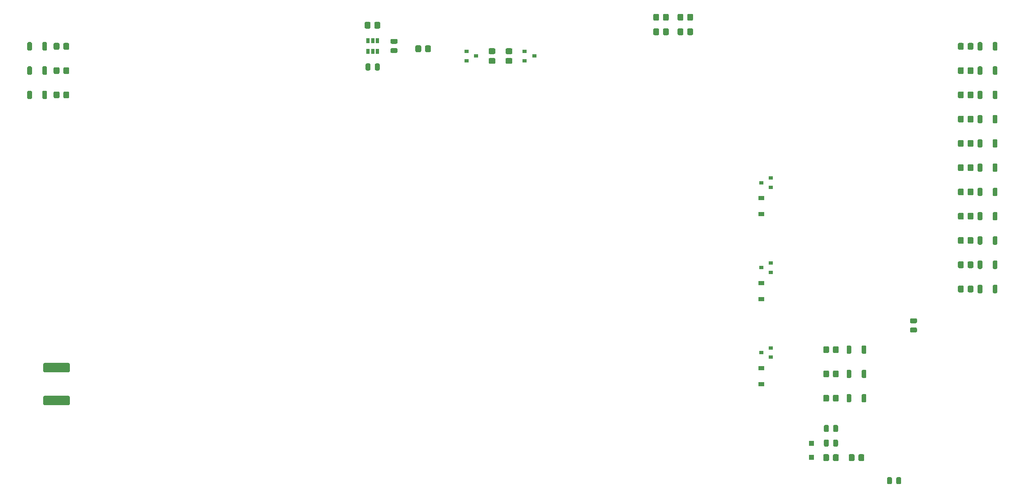
<source format=gbr>
G04 #@! TF.GenerationSoftware,KiCad,Pcbnew,(5.1.8-0-10_14)*
G04 #@! TF.CreationDate,2021-01-31T17:03:20-06:00*
G04 #@! TF.ProjectId,ClimateSprinklerController,436c696d-6174-4655-9370-72696e6b6c65,rev?*
G04 #@! TF.SameCoordinates,Original*
G04 #@! TF.FileFunction,Paste,Bot*
G04 #@! TF.FilePolarity,Positive*
%FSLAX46Y46*%
G04 Gerber Fmt 4.6, Leading zero omitted, Abs format (unit mm)*
G04 Created by KiCad (PCBNEW (5.1.8-0-10_14)) date 2021-01-31 17:03:20*
%MOMM*%
%LPD*%
G01*
G04 APERTURE LIST*
%ADD10R,1.100000X1.100000*%
%ADD11R,0.650000X1.060000*%
%ADD12R,0.900000X0.800000*%
%ADD13R,1.200000X0.900000*%
G04 APERTURE END LIST*
G36*
G01*
X131100000Y-48049999D02*
X131100000Y-48950001D01*
G75*
G02*
X130850001Y-49200000I-249999J0D01*
G01*
X130149999Y-49200000D01*
G75*
G02*
X129900000Y-48950001I0J249999D01*
G01*
X129900000Y-48049999D01*
G75*
G02*
X130149999Y-47800000I249999J0D01*
G01*
X130850001Y-47800000D01*
G75*
G02*
X131100000Y-48049999I0J-249999D01*
G01*
G37*
G36*
G01*
X133100000Y-48049999D02*
X133100000Y-48950001D01*
G75*
G02*
X132850001Y-49200000I-249999J0D01*
G01*
X132149999Y-49200000D01*
G75*
G02*
X131900000Y-48950001I0J249999D01*
G01*
X131900000Y-48049999D01*
G75*
G02*
X132149999Y-47800000I249999J0D01*
G01*
X132850001Y-47800000D01*
G75*
G02*
X133100000Y-48049999I0J-249999D01*
G01*
G37*
D10*
X211500000Y-132650000D03*
X211500000Y-129850000D03*
G36*
G01*
X215100000Y-110049999D02*
X215100000Y-110950001D01*
G75*
G02*
X214850001Y-111200000I-249999J0D01*
G01*
X214149999Y-111200000D01*
G75*
G02*
X213900000Y-110950001I0J249999D01*
G01*
X213900000Y-110049999D01*
G75*
G02*
X214149999Y-109800000I249999J0D01*
G01*
X214850001Y-109800000D01*
G75*
G02*
X215100000Y-110049999I0J-249999D01*
G01*
G37*
G36*
G01*
X217100000Y-110049999D02*
X217100000Y-110950001D01*
G75*
G02*
X216850001Y-111200000I-249999J0D01*
G01*
X216149999Y-111200000D01*
G75*
G02*
X215900000Y-110950001I0J249999D01*
G01*
X215900000Y-110049999D01*
G75*
G02*
X216149999Y-109800000I249999J0D01*
G01*
X216850001Y-109800000D01*
G75*
G02*
X217100000Y-110049999I0J-249999D01*
G01*
G37*
G36*
G01*
X221825000Y-111185000D02*
X221825000Y-109815000D01*
G75*
G02*
X222015000Y-109625000I190000J0D01*
G01*
X222585000Y-109625000D01*
G75*
G02*
X222775000Y-109815000I0J-190000D01*
G01*
X222775000Y-111185000D01*
G75*
G02*
X222585000Y-111375000I-190000J0D01*
G01*
X222015000Y-111375000D01*
G75*
G02*
X221825000Y-111185000I0J190000D01*
G01*
G37*
G36*
G01*
X218725000Y-111185000D02*
X218725000Y-109815000D01*
G75*
G02*
X218915000Y-109625000I190000J0D01*
G01*
X219485000Y-109625000D01*
G75*
G02*
X219675000Y-109815000I0J-190000D01*
G01*
X219675000Y-111185000D01*
G75*
G02*
X219485000Y-111375000I-190000J0D01*
G01*
X218915000Y-111375000D01*
G75*
G02*
X218725000Y-111185000I0J190000D01*
G01*
G37*
D11*
X121110000Y-46820000D03*
X122060000Y-46820000D03*
X120160000Y-46820000D03*
X120160000Y-49020000D03*
X121110000Y-49020000D03*
X122060000Y-49020000D03*
G36*
G01*
X121460000Y-44095001D02*
X121460000Y-43194999D01*
G75*
G02*
X121709999Y-42945000I249999J0D01*
G01*
X122410001Y-42945000D01*
G75*
G02*
X122660000Y-43194999I0J-249999D01*
G01*
X122660000Y-44095001D01*
G75*
G02*
X122410001Y-44345000I-249999J0D01*
G01*
X121709999Y-44345000D01*
G75*
G02*
X121460000Y-44095001I0J249999D01*
G01*
G37*
G36*
G01*
X119460000Y-44095001D02*
X119460000Y-43194999D01*
G75*
G02*
X119709999Y-42945000I249999J0D01*
G01*
X120410001Y-42945000D01*
G75*
G02*
X120660000Y-43194999I0J-249999D01*
G01*
X120660000Y-44095001D01*
G75*
G02*
X120410001Y-44345000I-249999J0D01*
G01*
X119709999Y-44345000D01*
G75*
G02*
X119460000Y-44095001I0J249999D01*
G01*
G37*
G36*
G01*
X125025000Y-48370000D02*
X125975000Y-48370000D01*
G75*
G02*
X126225000Y-48620000I0J-250000D01*
G01*
X126225000Y-49120000D01*
G75*
G02*
X125975000Y-49370000I-250000J0D01*
G01*
X125025000Y-49370000D01*
G75*
G02*
X124775000Y-49120000I0J250000D01*
G01*
X124775000Y-48620000D01*
G75*
G02*
X125025000Y-48370000I250000J0D01*
G01*
G37*
G36*
G01*
X125025000Y-46470000D02*
X125975000Y-46470000D01*
G75*
G02*
X126225000Y-46720000I0J-250000D01*
G01*
X126225000Y-47220000D01*
G75*
G02*
X125975000Y-47470000I-250000J0D01*
G01*
X125025000Y-47470000D01*
G75*
G02*
X124775000Y-47220000I0J250000D01*
G01*
X124775000Y-46720000D01*
G75*
G02*
X125025000Y-46470000I250000J0D01*
G01*
G37*
G36*
G01*
X120660000Y-51775000D02*
X120660000Y-52725000D01*
G75*
G02*
X120410000Y-52975000I-250000J0D01*
G01*
X119910000Y-52975000D01*
G75*
G02*
X119660000Y-52725000I0J250000D01*
G01*
X119660000Y-51775000D01*
G75*
G02*
X119910000Y-51525000I250000J0D01*
G01*
X120410000Y-51525000D01*
G75*
G02*
X120660000Y-51775000I0J-250000D01*
G01*
G37*
G36*
G01*
X122560000Y-51775000D02*
X122560000Y-52725000D01*
G75*
G02*
X122310000Y-52975000I-250000J0D01*
G01*
X121810000Y-52975000D01*
G75*
G02*
X121560000Y-52725000I0J250000D01*
G01*
X121560000Y-51775000D01*
G75*
G02*
X121810000Y-51525000I250000J0D01*
G01*
X122310000Y-51525000D01*
G75*
G02*
X122560000Y-51775000I0J-250000D01*
G01*
G37*
G36*
G01*
X215950000Y-130225000D02*
X215950000Y-129275000D01*
G75*
G02*
X216200000Y-129025000I250000J0D01*
G01*
X216700000Y-129025000D01*
G75*
G02*
X216950000Y-129275000I0J-250000D01*
G01*
X216950000Y-130225000D01*
G75*
G02*
X216700000Y-130475000I-250000J0D01*
G01*
X216200000Y-130475000D01*
G75*
G02*
X215950000Y-130225000I0J250000D01*
G01*
G37*
G36*
G01*
X214050000Y-130225000D02*
X214050000Y-129275000D01*
G75*
G02*
X214300000Y-129025000I250000J0D01*
G01*
X214800000Y-129025000D01*
G75*
G02*
X215050000Y-129275000I0J-250000D01*
G01*
X215050000Y-130225000D01*
G75*
G02*
X214800000Y-130475000I-250000J0D01*
G01*
X214300000Y-130475000D01*
G75*
G02*
X214050000Y-130225000I0J250000D01*
G01*
G37*
G36*
G01*
X222350000Y-132299600D02*
X222350000Y-133200400D01*
G75*
G02*
X222100400Y-133450000I-249600J0D01*
G01*
X221399600Y-133450000D01*
G75*
G02*
X221150000Y-133200400I0J249600D01*
G01*
X221150000Y-132299600D01*
G75*
G02*
X221399600Y-132050000I249600J0D01*
G01*
X222100400Y-132050000D01*
G75*
G02*
X222350000Y-132299600I0J-249600D01*
G01*
G37*
G36*
G01*
X220350000Y-132299600D02*
X220350000Y-133200400D01*
G75*
G02*
X220100400Y-133450000I-249600J0D01*
G01*
X219399600Y-133450000D01*
G75*
G02*
X219150000Y-133200400I0J249600D01*
G01*
X219150000Y-132299600D01*
G75*
G02*
X219399600Y-132050000I249600J0D01*
G01*
X220100400Y-132050000D01*
G75*
G02*
X220350000Y-132299600I0J-249600D01*
G01*
G37*
G36*
G01*
X217100000Y-132299999D02*
X217100000Y-133200001D01*
G75*
G02*
X216850001Y-133450000I-249999J0D01*
G01*
X216149999Y-133450000D01*
G75*
G02*
X215900000Y-133200001I0J249999D01*
G01*
X215900000Y-132299999D01*
G75*
G02*
X216149999Y-132050000I249999J0D01*
G01*
X216850001Y-132050000D01*
G75*
G02*
X217100000Y-132299999I0J-249999D01*
G01*
G37*
G36*
G01*
X215100000Y-132299999D02*
X215100000Y-133200001D01*
G75*
G02*
X214850001Y-133450000I-249999J0D01*
G01*
X214149999Y-133450000D01*
G75*
G02*
X213900000Y-133200001I0J249999D01*
G01*
X213900000Y-132299999D01*
G75*
G02*
X214149999Y-132050000I249999J0D01*
G01*
X214850001Y-132050000D01*
G75*
G02*
X215100000Y-132299999I0J-249999D01*
G01*
G37*
G36*
G01*
X215100000Y-115049999D02*
X215100000Y-115950001D01*
G75*
G02*
X214850001Y-116200000I-249999J0D01*
G01*
X214149999Y-116200000D01*
G75*
G02*
X213900000Y-115950001I0J249999D01*
G01*
X213900000Y-115049999D01*
G75*
G02*
X214149999Y-114800000I249999J0D01*
G01*
X214850001Y-114800000D01*
G75*
G02*
X215100000Y-115049999I0J-249999D01*
G01*
G37*
G36*
G01*
X217100000Y-115049999D02*
X217100000Y-115950001D01*
G75*
G02*
X216850001Y-116200000I-249999J0D01*
G01*
X216149999Y-116200000D01*
G75*
G02*
X215900000Y-115950001I0J249999D01*
G01*
X215900000Y-115049999D01*
G75*
G02*
X216149999Y-114800000I249999J0D01*
G01*
X216850001Y-114800000D01*
G75*
G02*
X217100000Y-115049999I0J-249999D01*
G01*
G37*
G36*
G01*
X215100000Y-120049999D02*
X215100000Y-120950001D01*
G75*
G02*
X214850001Y-121200000I-249999J0D01*
G01*
X214149999Y-121200000D01*
G75*
G02*
X213900000Y-120950001I0J249999D01*
G01*
X213900000Y-120049999D01*
G75*
G02*
X214149999Y-119800000I249999J0D01*
G01*
X214850001Y-119800000D01*
G75*
G02*
X215100000Y-120049999I0J-249999D01*
G01*
G37*
G36*
G01*
X217100000Y-120049999D02*
X217100000Y-120950001D01*
G75*
G02*
X216850001Y-121200000I-249999J0D01*
G01*
X216149999Y-121200000D01*
G75*
G02*
X215900000Y-120950001I0J249999D01*
G01*
X215900000Y-120049999D01*
G75*
G02*
X216149999Y-119800000I249999J0D01*
G01*
X216850001Y-119800000D01*
G75*
G02*
X217100000Y-120049999I0J-249999D01*
G01*
G37*
G36*
G01*
X221825000Y-116185000D02*
X221825000Y-114815000D01*
G75*
G02*
X222015000Y-114625000I190000J0D01*
G01*
X222585000Y-114625000D01*
G75*
G02*
X222775000Y-114815000I0J-190000D01*
G01*
X222775000Y-116185000D01*
G75*
G02*
X222585000Y-116375000I-190000J0D01*
G01*
X222015000Y-116375000D01*
G75*
G02*
X221825000Y-116185000I0J190000D01*
G01*
G37*
G36*
G01*
X218725000Y-116185000D02*
X218725000Y-114815000D01*
G75*
G02*
X218915000Y-114625000I190000J0D01*
G01*
X219485000Y-114625000D01*
G75*
G02*
X219675000Y-114815000I0J-190000D01*
G01*
X219675000Y-116185000D01*
G75*
G02*
X219485000Y-116375000I-190000J0D01*
G01*
X218915000Y-116375000D01*
G75*
G02*
X218725000Y-116185000I0J190000D01*
G01*
G37*
G36*
G01*
X221825000Y-121185000D02*
X221825000Y-119815000D01*
G75*
G02*
X222015000Y-119625000I190000J0D01*
G01*
X222585000Y-119625000D01*
G75*
G02*
X222775000Y-119815000I0J-190000D01*
G01*
X222775000Y-121185000D01*
G75*
G02*
X222585000Y-121375000I-190000J0D01*
G01*
X222015000Y-121375000D01*
G75*
G02*
X221825000Y-121185000I0J190000D01*
G01*
G37*
G36*
G01*
X218725000Y-121185000D02*
X218725000Y-119815000D01*
G75*
G02*
X218915000Y-119625000I190000J0D01*
G01*
X219485000Y-119625000D01*
G75*
G02*
X219675000Y-119815000I0J-190000D01*
G01*
X219675000Y-121185000D01*
G75*
G02*
X219485000Y-121375000I-190000J0D01*
G01*
X218915000Y-121375000D01*
G75*
G02*
X218725000Y-121185000I0J190000D01*
G01*
G37*
G36*
G01*
X215950000Y-127225000D02*
X215950000Y-126275000D01*
G75*
G02*
X216200000Y-126025000I250000J0D01*
G01*
X216700000Y-126025000D01*
G75*
G02*
X216950000Y-126275000I0J-250000D01*
G01*
X216950000Y-127225000D01*
G75*
G02*
X216700000Y-127475000I-250000J0D01*
G01*
X216200000Y-127475000D01*
G75*
G02*
X215950000Y-127225000I0J250000D01*
G01*
G37*
G36*
G01*
X214050000Y-127225000D02*
X214050000Y-126275000D01*
G75*
G02*
X214300000Y-126025000I250000J0D01*
G01*
X214800000Y-126025000D01*
G75*
G02*
X215050000Y-126275000I0J-250000D01*
G01*
X215050000Y-127225000D01*
G75*
G02*
X214800000Y-127475000I-250000J0D01*
G01*
X214300000Y-127475000D01*
G75*
G02*
X214050000Y-127225000I0J250000D01*
G01*
G37*
G36*
G01*
X149630001Y-51600000D02*
X148729999Y-51600000D01*
G75*
G02*
X148480000Y-51350001I0J249999D01*
G01*
X148480000Y-50649999D01*
G75*
G02*
X148729999Y-50400000I249999J0D01*
G01*
X149630001Y-50400000D01*
G75*
G02*
X149880000Y-50649999I0J-249999D01*
G01*
X149880000Y-51350001D01*
G75*
G02*
X149630001Y-51600000I-249999J0D01*
G01*
G37*
G36*
G01*
X149630001Y-49600000D02*
X148729999Y-49600000D01*
G75*
G02*
X148480000Y-49350001I0J249999D01*
G01*
X148480000Y-48649999D01*
G75*
G02*
X148729999Y-48400000I249999J0D01*
G01*
X149630001Y-48400000D01*
G75*
G02*
X149880000Y-48649999I0J-249999D01*
G01*
X149880000Y-49350001D01*
G75*
G02*
X149630001Y-49600000I-249999J0D01*
G01*
G37*
G36*
G01*
X145229999Y-48400000D02*
X146130001Y-48400000D01*
G75*
G02*
X146380000Y-48649999I0J-249999D01*
G01*
X146380000Y-49350001D01*
G75*
G02*
X146130001Y-49600000I-249999J0D01*
G01*
X145229999Y-49600000D01*
G75*
G02*
X144980000Y-49350001I0J249999D01*
G01*
X144980000Y-48649999D01*
G75*
G02*
X145229999Y-48400000I249999J0D01*
G01*
G37*
G36*
G01*
X145229999Y-50400000D02*
X146130001Y-50400000D01*
G75*
G02*
X146380000Y-50649999I0J-249999D01*
G01*
X146380000Y-51350001D01*
G75*
G02*
X146130001Y-51600000I-249999J0D01*
G01*
X145229999Y-51600000D01*
G75*
G02*
X144980000Y-51350001I0J249999D01*
G01*
X144980000Y-50649999D01*
G75*
G02*
X145229999Y-50400000I249999J0D01*
G01*
G37*
D12*
X140430000Y-50950000D03*
X140430000Y-49050000D03*
X142430000Y-50000000D03*
X152430000Y-50950000D03*
X152430000Y-49050000D03*
X154430000Y-50000000D03*
G36*
G01*
X242850000Y-82549999D02*
X242850000Y-83450001D01*
G75*
G02*
X242600001Y-83700000I-249999J0D01*
G01*
X241899999Y-83700000D01*
G75*
G02*
X241650000Y-83450001I0J249999D01*
G01*
X241650000Y-82549999D01*
G75*
G02*
X241899999Y-82300000I249999J0D01*
G01*
X242600001Y-82300000D01*
G75*
G02*
X242850000Y-82549999I0J-249999D01*
G01*
G37*
G36*
G01*
X244850000Y-82549999D02*
X244850000Y-83450001D01*
G75*
G02*
X244600001Y-83700000I-249999J0D01*
G01*
X243899999Y-83700000D01*
G75*
G02*
X243650000Y-83450001I0J249999D01*
G01*
X243650000Y-82549999D01*
G75*
G02*
X243899999Y-82300000I249999J0D01*
G01*
X244600001Y-82300000D01*
G75*
G02*
X244850000Y-82549999I0J-249999D01*
G01*
G37*
G36*
G01*
X242850000Y-77549999D02*
X242850000Y-78450001D01*
G75*
G02*
X242600001Y-78700000I-249999J0D01*
G01*
X241899999Y-78700000D01*
G75*
G02*
X241650000Y-78450001I0J249999D01*
G01*
X241650000Y-77549999D01*
G75*
G02*
X241899999Y-77300000I249999J0D01*
G01*
X242600001Y-77300000D01*
G75*
G02*
X242850000Y-77549999I0J-249999D01*
G01*
G37*
G36*
G01*
X244850000Y-77549999D02*
X244850000Y-78450001D01*
G75*
G02*
X244600001Y-78700000I-249999J0D01*
G01*
X243899999Y-78700000D01*
G75*
G02*
X243650000Y-78450001I0J249999D01*
G01*
X243650000Y-77549999D01*
G75*
G02*
X243899999Y-77300000I249999J0D01*
G01*
X244600001Y-77300000D01*
G75*
G02*
X244850000Y-77549999I0J-249999D01*
G01*
G37*
G36*
G01*
X242850000Y-72549999D02*
X242850000Y-73450001D01*
G75*
G02*
X242600001Y-73700000I-249999J0D01*
G01*
X241899999Y-73700000D01*
G75*
G02*
X241650000Y-73450001I0J249999D01*
G01*
X241650000Y-72549999D01*
G75*
G02*
X241899999Y-72300000I249999J0D01*
G01*
X242600001Y-72300000D01*
G75*
G02*
X242850000Y-72549999I0J-249999D01*
G01*
G37*
G36*
G01*
X244850000Y-72549999D02*
X244850000Y-73450001D01*
G75*
G02*
X244600001Y-73700000I-249999J0D01*
G01*
X243899999Y-73700000D01*
G75*
G02*
X243650000Y-73450001I0J249999D01*
G01*
X243650000Y-72549999D01*
G75*
G02*
X243899999Y-72300000I249999J0D01*
G01*
X244600001Y-72300000D01*
G75*
G02*
X244850000Y-72549999I0J-249999D01*
G01*
G37*
G36*
G01*
X242850000Y-67549999D02*
X242850000Y-68450001D01*
G75*
G02*
X242600001Y-68700000I-249999J0D01*
G01*
X241899999Y-68700000D01*
G75*
G02*
X241650000Y-68450001I0J249999D01*
G01*
X241650000Y-67549999D01*
G75*
G02*
X241899999Y-67300000I249999J0D01*
G01*
X242600001Y-67300000D01*
G75*
G02*
X242850000Y-67549999I0J-249999D01*
G01*
G37*
G36*
G01*
X244850000Y-67549999D02*
X244850000Y-68450001D01*
G75*
G02*
X244600001Y-68700000I-249999J0D01*
G01*
X243899999Y-68700000D01*
G75*
G02*
X243650000Y-68450001I0J249999D01*
G01*
X243650000Y-67549999D01*
G75*
G02*
X243899999Y-67300000I249999J0D01*
G01*
X244600001Y-67300000D01*
G75*
G02*
X244850000Y-67549999I0J-249999D01*
G01*
G37*
G36*
G01*
X242850000Y-62549999D02*
X242850000Y-63450001D01*
G75*
G02*
X242600001Y-63700000I-249999J0D01*
G01*
X241899999Y-63700000D01*
G75*
G02*
X241650000Y-63450001I0J249999D01*
G01*
X241650000Y-62549999D01*
G75*
G02*
X241899999Y-62300000I249999J0D01*
G01*
X242600001Y-62300000D01*
G75*
G02*
X242850000Y-62549999I0J-249999D01*
G01*
G37*
G36*
G01*
X244850000Y-62549999D02*
X244850000Y-63450001D01*
G75*
G02*
X244600001Y-63700000I-249999J0D01*
G01*
X243899999Y-63700000D01*
G75*
G02*
X243650000Y-63450001I0J249999D01*
G01*
X243650000Y-62549999D01*
G75*
G02*
X243899999Y-62300000I249999J0D01*
G01*
X244600001Y-62300000D01*
G75*
G02*
X244850000Y-62549999I0J-249999D01*
G01*
G37*
G36*
G01*
X242850000Y-57549999D02*
X242850000Y-58450001D01*
G75*
G02*
X242600001Y-58700000I-249999J0D01*
G01*
X241899999Y-58700000D01*
G75*
G02*
X241650000Y-58450001I0J249999D01*
G01*
X241650000Y-57549999D01*
G75*
G02*
X241899999Y-57300000I249999J0D01*
G01*
X242600001Y-57300000D01*
G75*
G02*
X242850000Y-57549999I0J-249999D01*
G01*
G37*
G36*
G01*
X244850000Y-57549999D02*
X244850000Y-58450001D01*
G75*
G02*
X244600001Y-58700000I-249999J0D01*
G01*
X243899999Y-58700000D01*
G75*
G02*
X243650000Y-58450001I0J249999D01*
G01*
X243650000Y-57549999D01*
G75*
G02*
X243899999Y-57300000I249999J0D01*
G01*
X244600001Y-57300000D01*
G75*
G02*
X244850000Y-57549999I0J-249999D01*
G01*
G37*
G36*
G01*
X242850000Y-52549999D02*
X242850000Y-53450001D01*
G75*
G02*
X242600001Y-53700000I-249999J0D01*
G01*
X241899999Y-53700000D01*
G75*
G02*
X241650000Y-53450001I0J249999D01*
G01*
X241650000Y-52549999D01*
G75*
G02*
X241899999Y-52300000I249999J0D01*
G01*
X242600001Y-52300000D01*
G75*
G02*
X242850000Y-52549999I0J-249999D01*
G01*
G37*
G36*
G01*
X244850000Y-52549999D02*
X244850000Y-53450001D01*
G75*
G02*
X244600001Y-53700000I-249999J0D01*
G01*
X243899999Y-53700000D01*
G75*
G02*
X243650000Y-53450001I0J249999D01*
G01*
X243650000Y-52549999D01*
G75*
G02*
X243899999Y-52300000I249999J0D01*
G01*
X244600001Y-52300000D01*
G75*
G02*
X244850000Y-52549999I0J-249999D01*
G01*
G37*
G36*
G01*
X242850000Y-47549999D02*
X242850000Y-48450001D01*
G75*
G02*
X242600001Y-48700000I-249999J0D01*
G01*
X241899999Y-48700000D01*
G75*
G02*
X241650000Y-48450001I0J249999D01*
G01*
X241650000Y-47549999D01*
G75*
G02*
X241899999Y-47300000I249999J0D01*
G01*
X242600001Y-47300000D01*
G75*
G02*
X242850000Y-47549999I0J-249999D01*
G01*
G37*
G36*
G01*
X244850000Y-47549999D02*
X244850000Y-48450001D01*
G75*
G02*
X244600001Y-48700000I-249999J0D01*
G01*
X243899999Y-48700000D01*
G75*
G02*
X243650000Y-48450001I0J249999D01*
G01*
X243650000Y-47549999D01*
G75*
G02*
X243899999Y-47300000I249999J0D01*
G01*
X244600001Y-47300000D01*
G75*
G02*
X244850000Y-47549999I0J-249999D01*
G01*
G37*
G36*
G01*
X241650000Y-88450001D02*
X241650000Y-87549999D01*
G75*
G02*
X241899999Y-87300000I249999J0D01*
G01*
X242600001Y-87300000D01*
G75*
G02*
X242850000Y-87549999I0J-249999D01*
G01*
X242850000Y-88450001D01*
G75*
G02*
X242600001Y-88700000I-249999J0D01*
G01*
X241899999Y-88700000D01*
G75*
G02*
X241650000Y-88450001I0J249999D01*
G01*
G37*
G36*
G01*
X243650000Y-88450001D02*
X243650000Y-87549999D01*
G75*
G02*
X243899999Y-87300000I249999J0D01*
G01*
X244600001Y-87300000D01*
G75*
G02*
X244850000Y-87549999I0J-249999D01*
G01*
X244850000Y-88450001D01*
G75*
G02*
X244600001Y-88700000I-249999J0D01*
G01*
X243899999Y-88700000D01*
G75*
G02*
X243650000Y-88450001I0J249999D01*
G01*
G37*
G36*
G01*
X243650000Y-93450001D02*
X243650000Y-92549999D01*
G75*
G02*
X243899999Y-92300000I249999J0D01*
G01*
X244600001Y-92300000D01*
G75*
G02*
X244850000Y-92549999I0J-249999D01*
G01*
X244850000Y-93450001D01*
G75*
G02*
X244600001Y-93700000I-249999J0D01*
G01*
X243899999Y-93700000D01*
G75*
G02*
X243650000Y-93450001I0J249999D01*
G01*
G37*
G36*
G01*
X241650000Y-93450001D02*
X241650000Y-92549999D01*
G75*
G02*
X241899999Y-92300000I249999J0D01*
G01*
X242600001Y-92300000D01*
G75*
G02*
X242850000Y-92549999I0J-249999D01*
G01*
X242850000Y-93450001D01*
G75*
G02*
X242600001Y-93700000I-249999J0D01*
G01*
X241899999Y-93700000D01*
G75*
G02*
X241650000Y-93450001I0J249999D01*
G01*
G37*
G36*
G01*
X243650000Y-98450001D02*
X243650000Y-97549999D01*
G75*
G02*
X243899999Y-97300000I249999J0D01*
G01*
X244600001Y-97300000D01*
G75*
G02*
X244850000Y-97549999I0J-249999D01*
G01*
X244850000Y-98450001D01*
G75*
G02*
X244600001Y-98700000I-249999J0D01*
G01*
X243899999Y-98700000D01*
G75*
G02*
X243650000Y-98450001I0J249999D01*
G01*
G37*
G36*
G01*
X241650000Y-98450001D02*
X241650000Y-97549999D01*
G75*
G02*
X241899999Y-97300000I249999J0D01*
G01*
X242600001Y-97300000D01*
G75*
G02*
X242850000Y-97549999I0J-249999D01*
G01*
X242850000Y-98450001D01*
G75*
G02*
X242600001Y-98700000I-249999J0D01*
G01*
X241899999Y-98700000D01*
G75*
G02*
X241650000Y-98450001I0J249999D01*
G01*
G37*
G36*
G01*
X183900000Y-45450001D02*
X183900000Y-44549999D01*
G75*
G02*
X184149999Y-44300000I249999J0D01*
G01*
X184850001Y-44300000D01*
G75*
G02*
X185100000Y-44549999I0J-249999D01*
G01*
X185100000Y-45450001D01*
G75*
G02*
X184850001Y-45700000I-249999J0D01*
G01*
X184149999Y-45700000D01*
G75*
G02*
X183900000Y-45450001I0J249999D01*
G01*
G37*
G36*
G01*
X185900000Y-45450001D02*
X185900000Y-44549999D01*
G75*
G02*
X186149999Y-44300000I249999J0D01*
G01*
X186850001Y-44300000D01*
G75*
G02*
X187100000Y-44549999I0J-249999D01*
G01*
X187100000Y-45450001D01*
G75*
G02*
X186850001Y-45700000I-249999J0D01*
G01*
X186149999Y-45700000D01*
G75*
G02*
X185900000Y-45450001I0J249999D01*
G01*
G37*
G36*
G01*
X187100000Y-41549999D02*
X187100000Y-42450001D01*
G75*
G02*
X186850001Y-42700000I-249999J0D01*
G01*
X186149999Y-42700000D01*
G75*
G02*
X185900000Y-42450001I0J249999D01*
G01*
X185900000Y-41549999D01*
G75*
G02*
X186149999Y-41300000I249999J0D01*
G01*
X186850001Y-41300000D01*
G75*
G02*
X187100000Y-41549999I0J-249999D01*
G01*
G37*
G36*
G01*
X185100000Y-41549999D02*
X185100000Y-42450001D01*
G75*
G02*
X184850001Y-42700000I-249999J0D01*
G01*
X184149999Y-42700000D01*
G75*
G02*
X183900000Y-42450001I0J249999D01*
G01*
X183900000Y-41549999D01*
G75*
G02*
X184149999Y-41300000I249999J0D01*
G01*
X184850001Y-41300000D01*
G75*
G02*
X185100000Y-41549999I0J-249999D01*
G01*
G37*
G36*
G01*
X55400000Y-58450001D02*
X55400000Y-57549999D01*
G75*
G02*
X55649999Y-57300000I249999J0D01*
G01*
X56350001Y-57300000D01*
G75*
G02*
X56600000Y-57549999I0J-249999D01*
G01*
X56600000Y-58450001D01*
G75*
G02*
X56350001Y-58700000I-249999J0D01*
G01*
X55649999Y-58700000D01*
G75*
G02*
X55400000Y-58450001I0J249999D01*
G01*
G37*
G36*
G01*
X57400000Y-58450001D02*
X57400000Y-57549999D01*
G75*
G02*
X57649999Y-57300000I249999J0D01*
G01*
X58350001Y-57300000D01*
G75*
G02*
X58600000Y-57549999I0J-249999D01*
G01*
X58600000Y-58450001D01*
G75*
G02*
X58350001Y-58700000I-249999J0D01*
G01*
X57649999Y-58700000D01*
G75*
G02*
X57400000Y-58450001I0J249999D01*
G01*
G37*
G36*
G01*
X58600000Y-47549999D02*
X58600000Y-48450001D01*
G75*
G02*
X58350001Y-48700000I-249999J0D01*
G01*
X57649999Y-48700000D01*
G75*
G02*
X57400000Y-48450001I0J249999D01*
G01*
X57400000Y-47549999D01*
G75*
G02*
X57649999Y-47300000I249999J0D01*
G01*
X58350001Y-47300000D01*
G75*
G02*
X58600000Y-47549999I0J-249999D01*
G01*
G37*
G36*
G01*
X56600000Y-47549999D02*
X56600000Y-48450001D01*
G75*
G02*
X56350001Y-48700000I-249999J0D01*
G01*
X55649999Y-48700000D01*
G75*
G02*
X55400000Y-48450001I0J249999D01*
G01*
X55400000Y-47549999D01*
G75*
G02*
X55649999Y-47300000I249999J0D01*
G01*
X56350001Y-47300000D01*
G75*
G02*
X56600000Y-47549999I0J-249999D01*
G01*
G37*
G36*
G01*
X178900000Y-42450001D02*
X178900000Y-41549999D01*
G75*
G02*
X179149999Y-41300000I249999J0D01*
G01*
X179850001Y-41300000D01*
G75*
G02*
X180100000Y-41549999I0J-249999D01*
G01*
X180100000Y-42450001D01*
G75*
G02*
X179850001Y-42700000I-249999J0D01*
G01*
X179149999Y-42700000D01*
G75*
G02*
X178900000Y-42450001I0J249999D01*
G01*
G37*
G36*
G01*
X180900000Y-42450001D02*
X180900000Y-41549999D01*
G75*
G02*
X181149999Y-41300000I249999J0D01*
G01*
X181850001Y-41300000D01*
G75*
G02*
X182100000Y-41549999I0J-249999D01*
G01*
X182100000Y-42450001D01*
G75*
G02*
X181850001Y-42700000I-249999J0D01*
G01*
X181149999Y-42700000D01*
G75*
G02*
X180900000Y-42450001I0J249999D01*
G01*
G37*
G36*
G01*
X182100000Y-44549999D02*
X182100000Y-45450001D01*
G75*
G02*
X181850001Y-45700000I-249999J0D01*
G01*
X181149999Y-45700000D01*
G75*
G02*
X180900000Y-45450001I0J249999D01*
G01*
X180900000Y-44549999D01*
G75*
G02*
X181149999Y-44300000I249999J0D01*
G01*
X181850001Y-44300000D01*
G75*
G02*
X182100000Y-44549999I0J-249999D01*
G01*
G37*
G36*
G01*
X180100000Y-44549999D02*
X180100000Y-45450001D01*
G75*
G02*
X179850001Y-45700000I-249999J0D01*
G01*
X179149999Y-45700000D01*
G75*
G02*
X178900000Y-45450001I0J249999D01*
G01*
X178900000Y-44549999D01*
G75*
G02*
X179149999Y-44300000I249999J0D01*
G01*
X179850001Y-44300000D01*
G75*
G02*
X180100000Y-44549999I0J-249999D01*
G01*
G37*
G36*
G01*
X58600000Y-52549999D02*
X58600000Y-53450001D01*
G75*
G02*
X58350001Y-53700000I-249999J0D01*
G01*
X57649999Y-53700000D01*
G75*
G02*
X57400000Y-53450001I0J249999D01*
G01*
X57400000Y-52549999D01*
G75*
G02*
X57649999Y-52300000I249999J0D01*
G01*
X58350001Y-52300000D01*
G75*
G02*
X58600000Y-52549999I0J-249999D01*
G01*
G37*
G36*
G01*
X56600000Y-52549999D02*
X56600000Y-53450001D01*
G75*
G02*
X56350001Y-53700000I-249999J0D01*
G01*
X55649999Y-53700000D01*
G75*
G02*
X55400000Y-53450001I0J249999D01*
G01*
X55400000Y-52549999D01*
G75*
G02*
X55649999Y-52300000I249999J0D01*
G01*
X56350001Y-52300000D01*
G75*
G02*
X56600000Y-52549999I0J-249999D01*
G01*
G37*
G36*
G01*
X232975000Y-106950000D02*
X232025000Y-106950000D01*
G75*
G02*
X231775000Y-106700000I0J250000D01*
G01*
X231775000Y-106200000D01*
G75*
G02*
X232025000Y-105950000I250000J0D01*
G01*
X232975000Y-105950000D01*
G75*
G02*
X233225000Y-106200000I0J-250000D01*
G01*
X233225000Y-106700000D01*
G75*
G02*
X232975000Y-106950000I-250000J0D01*
G01*
G37*
G36*
G01*
X232975000Y-105050000D02*
X232025000Y-105050000D01*
G75*
G02*
X231775000Y-104800000I0J250000D01*
G01*
X231775000Y-104300000D01*
G75*
G02*
X232025000Y-104050000I250000J0D01*
G01*
X232975000Y-104050000D01*
G75*
G02*
X233225000Y-104300000I0J-250000D01*
G01*
X233225000Y-104800000D01*
G75*
G02*
X232975000Y-105050000I-250000J0D01*
G01*
G37*
G36*
G01*
X228950000Y-137975000D02*
X228950000Y-137025000D01*
G75*
G02*
X229200000Y-136775000I250000J0D01*
G01*
X229700000Y-136775000D01*
G75*
G02*
X229950000Y-137025000I0J-250000D01*
G01*
X229950000Y-137975000D01*
G75*
G02*
X229700000Y-138225000I-250000J0D01*
G01*
X229200000Y-138225000D01*
G75*
G02*
X228950000Y-137975000I0J250000D01*
G01*
G37*
G36*
G01*
X227050000Y-137975000D02*
X227050000Y-137025000D01*
G75*
G02*
X227300000Y-136775000I250000J0D01*
G01*
X227800000Y-136775000D01*
G75*
G02*
X228050000Y-137025000I0J-250000D01*
G01*
X228050000Y-137975000D01*
G75*
G02*
X227800000Y-138225000I-250000J0D01*
G01*
X227300000Y-138225000D01*
G75*
G02*
X227050000Y-137975000I0J250000D01*
G01*
G37*
X201120000Y-111100000D03*
X203120000Y-112050000D03*
X203120000Y-110150000D03*
X201120000Y-93600000D03*
X203120000Y-94550000D03*
X203120000Y-92650000D03*
X201120000Y-76100000D03*
X203120000Y-77050000D03*
X203120000Y-75150000D03*
G36*
G01*
X53524999Y-113247500D02*
X58475001Y-113247500D01*
G75*
G02*
X58725000Y-113497499I0J-249999D01*
G01*
X58725000Y-114922501D01*
G75*
G02*
X58475001Y-115172500I-249999J0D01*
G01*
X53524999Y-115172500D01*
G75*
G02*
X53275000Y-114922501I0J249999D01*
G01*
X53275000Y-113497499D01*
G75*
G02*
X53524999Y-113247500I249999J0D01*
G01*
G37*
G36*
G01*
X53524999Y-120022500D02*
X58475001Y-120022500D01*
G75*
G02*
X58725000Y-120272499I0J-249999D01*
G01*
X58725000Y-121697501D01*
G75*
G02*
X58475001Y-121947500I-249999J0D01*
G01*
X53524999Y-121947500D01*
G75*
G02*
X53275000Y-121697501I0J249999D01*
G01*
X53275000Y-120272499D01*
G75*
G02*
X53524999Y-120022500I249999J0D01*
G01*
G37*
G36*
G01*
X245725000Y-83685000D02*
X245725000Y-82315000D01*
G75*
G02*
X245915000Y-82125000I190000J0D01*
G01*
X246485000Y-82125000D01*
G75*
G02*
X246675000Y-82315000I0J-190000D01*
G01*
X246675000Y-83685000D01*
G75*
G02*
X246485000Y-83875000I-190000J0D01*
G01*
X245915000Y-83875000D01*
G75*
G02*
X245725000Y-83685000I0J190000D01*
G01*
G37*
G36*
G01*
X248825000Y-83685000D02*
X248825000Y-82315000D01*
G75*
G02*
X249015000Y-82125000I190000J0D01*
G01*
X249585000Y-82125000D01*
G75*
G02*
X249775000Y-82315000I0J-190000D01*
G01*
X249775000Y-83685000D01*
G75*
G02*
X249585000Y-83875000I-190000J0D01*
G01*
X249015000Y-83875000D01*
G75*
G02*
X248825000Y-83685000I0J190000D01*
G01*
G37*
G36*
G01*
X245725000Y-78685000D02*
X245725000Y-77315000D01*
G75*
G02*
X245915000Y-77125000I190000J0D01*
G01*
X246485000Y-77125000D01*
G75*
G02*
X246675000Y-77315000I0J-190000D01*
G01*
X246675000Y-78685000D01*
G75*
G02*
X246485000Y-78875000I-190000J0D01*
G01*
X245915000Y-78875000D01*
G75*
G02*
X245725000Y-78685000I0J190000D01*
G01*
G37*
G36*
G01*
X248825000Y-78685000D02*
X248825000Y-77315000D01*
G75*
G02*
X249015000Y-77125000I190000J0D01*
G01*
X249585000Y-77125000D01*
G75*
G02*
X249775000Y-77315000I0J-190000D01*
G01*
X249775000Y-78685000D01*
G75*
G02*
X249585000Y-78875000I-190000J0D01*
G01*
X249015000Y-78875000D01*
G75*
G02*
X248825000Y-78685000I0J190000D01*
G01*
G37*
G36*
G01*
X245725000Y-73685000D02*
X245725000Y-72315000D01*
G75*
G02*
X245915000Y-72125000I190000J0D01*
G01*
X246485000Y-72125000D01*
G75*
G02*
X246675000Y-72315000I0J-190000D01*
G01*
X246675000Y-73685000D01*
G75*
G02*
X246485000Y-73875000I-190000J0D01*
G01*
X245915000Y-73875000D01*
G75*
G02*
X245725000Y-73685000I0J190000D01*
G01*
G37*
G36*
G01*
X248825000Y-73685000D02*
X248825000Y-72315000D01*
G75*
G02*
X249015000Y-72125000I190000J0D01*
G01*
X249585000Y-72125000D01*
G75*
G02*
X249775000Y-72315000I0J-190000D01*
G01*
X249775000Y-73685000D01*
G75*
G02*
X249585000Y-73875000I-190000J0D01*
G01*
X249015000Y-73875000D01*
G75*
G02*
X248825000Y-73685000I0J190000D01*
G01*
G37*
G36*
G01*
X245725000Y-48685000D02*
X245725000Y-47315000D01*
G75*
G02*
X245915000Y-47125000I190000J0D01*
G01*
X246485000Y-47125000D01*
G75*
G02*
X246675000Y-47315000I0J-190000D01*
G01*
X246675000Y-48685000D01*
G75*
G02*
X246485000Y-48875000I-190000J0D01*
G01*
X245915000Y-48875000D01*
G75*
G02*
X245725000Y-48685000I0J190000D01*
G01*
G37*
G36*
G01*
X248825000Y-48685000D02*
X248825000Y-47315000D01*
G75*
G02*
X249015000Y-47125000I190000J0D01*
G01*
X249585000Y-47125000D01*
G75*
G02*
X249775000Y-47315000I0J-190000D01*
G01*
X249775000Y-48685000D01*
G75*
G02*
X249585000Y-48875000I-190000J0D01*
G01*
X249015000Y-48875000D01*
G75*
G02*
X248825000Y-48685000I0J190000D01*
G01*
G37*
G36*
G01*
X245725000Y-58685000D02*
X245725000Y-57315000D01*
G75*
G02*
X245915000Y-57125000I190000J0D01*
G01*
X246485000Y-57125000D01*
G75*
G02*
X246675000Y-57315000I0J-190000D01*
G01*
X246675000Y-58685000D01*
G75*
G02*
X246485000Y-58875000I-190000J0D01*
G01*
X245915000Y-58875000D01*
G75*
G02*
X245725000Y-58685000I0J190000D01*
G01*
G37*
G36*
G01*
X248825000Y-58685000D02*
X248825000Y-57315000D01*
G75*
G02*
X249015000Y-57125000I190000J0D01*
G01*
X249585000Y-57125000D01*
G75*
G02*
X249775000Y-57315000I0J-190000D01*
G01*
X249775000Y-58685000D01*
G75*
G02*
X249585000Y-58875000I-190000J0D01*
G01*
X249015000Y-58875000D01*
G75*
G02*
X248825000Y-58685000I0J190000D01*
G01*
G37*
G36*
G01*
X245725000Y-53685000D02*
X245725000Y-52315000D01*
G75*
G02*
X245915000Y-52125000I190000J0D01*
G01*
X246485000Y-52125000D01*
G75*
G02*
X246675000Y-52315000I0J-190000D01*
G01*
X246675000Y-53685000D01*
G75*
G02*
X246485000Y-53875000I-190000J0D01*
G01*
X245915000Y-53875000D01*
G75*
G02*
X245725000Y-53685000I0J190000D01*
G01*
G37*
G36*
G01*
X248825000Y-53685000D02*
X248825000Y-52315000D01*
G75*
G02*
X249015000Y-52125000I190000J0D01*
G01*
X249585000Y-52125000D01*
G75*
G02*
X249775000Y-52315000I0J-190000D01*
G01*
X249775000Y-53685000D01*
G75*
G02*
X249585000Y-53875000I-190000J0D01*
G01*
X249015000Y-53875000D01*
G75*
G02*
X248825000Y-53685000I0J190000D01*
G01*
G37*
G36*
G01*
X245725000Y-68685000D02*
X245725000Y-67315000D01*
G75*
G02*
X245915000Y-67125000I190000J0D01*
G01*
X246485000Y-67125000D01*
G75*
G02*
X246675000Y-67315000I0J-190000D01*
G01*
X246675000Y-68685000D01*
G75*
G02*
X246485000Y-68875000I-190000J0D01*
G01*
X245915000Y-68875000D01*
G75*
G02*
X245725000Y-68685000I0J190000D01*
G01*
G37*
G36*
G01*
X248825000Y-68685000D02*
X248825000Y-67315000D01*
G75*
G02*
X249015000Y-67125000I190000J0D01*
G01*
X249585000Y-67125000D01*
G75*
G02*
X249775000Y-67315000I0J-190000D01*
G01*
X249775000Y-68685000D01*
G75*
G02*
X249585000Y-68875000I-190000J0D01*
G01*
X249015000Y-68875000D01*
G75*
G02*
X248825000Y-68685000I0J190000D01*
G01*
G37*
G36*
G01*
X245725000Y-63685000D02*
X245725000Y-62315000D01*
G75*
G02*
X245915000Y-62125000I190000J0D01*
G01*
X246485000Y-62125000D01*
G75*
G02*
X246675000Y-62315000I0J-190000D01*
G01*
X246675000Y-63685000D01*
G75*
G02*
X246485000Y-63875000I-190000J0D01*
G01*
X245915000Y-63875000D01*
G75*
G02*
X245725000Y-63685000I0J190000D01*
G01*
G37*
G36*
G01*
X248825000Y-63685000D02*
X248825000Y-62315000D01*
G75*
G02*
X249015000Y-62125000I190000J0D01*
G01*
X249585000Y-62125000D01*
G75*
G02*
X249775000Y-62315000I0J-190000D01*
G01*
X249775000Y-63685000D01*
G75*
G02*
X249585000Y-63875000I-190000J0D01*
G01*
X249015000Y-63875000D01*
G75*
G02*
X248825000Y-63685000I0J190000D01*
G01*
G37*
G36*
G01*
X245725000Y-88685000D02*
X245725000Y-87315000D01*
G75*
G02*
X245915000Y-87125000I190000J0D01*
G01*
X246485000Y-87125000D01*
G75*
G02*
X246675000Y-87315000I0J-190000D01*
G01*
X246675000Y-88685000D01*
G75*
G02*
X246485000Y-88875000I-190000J0D01*
G01*
X245915000Y-88875000D01*
G75*
G02*
X245725000Y-88685000I0J190000D01*
G01*
G37*
G36*
G01*
X248825000Y-88685000D02*
X248825000Y-87315000D01*
G75*
G02*
X249015000Y-87125000I190000J0D01*
G01*
X249585000Y-87125000D01*
G75*
G02*
X249775000Y-87315000I0J-190000D01*
G01*
X249775000Y-88685000D01*
G75*
G02*
X249585000Y-88875000I-190000J0D01*
G01*
X249015000Y-88875000D01*
G75*
G02*
X248825000Y-88685000I0J190000D01*
G01*
G37*
G36*
G01*
X245725000Y-93685000D02*
X245725000Y-92315000D01*
G75*
G02*
X245915000Y-92125000I190000J0D01*
G01*
X246485000Y-92125000D01*
G75*
G02*
X246675000Y-92315000I0J-190000D01*
G01*
X246675000Y-93685000D01*
G75*
G02*
X246485000Y-93875000I-190000J0D01*
G01*
X245915000Y-93875000D01*
G75*
G02*
X245725000Y-93685000I0J190000D01*
G01*
G37*
G36*
G01*
X248825000Y-93685000D02*
X248825000Y-92315000D01*
G75*
G02*
X249015000Y-92125000I190000J0D01*
G01*
X249585000Y-92125000D01*
G75*
G02*
X249775000Y-92315000I0J-190000D01*
G01*
X249775000Y-93685000D01*
G75*
G02*
X249585000Y-93875000I-190000J0D01*
G01*
X249015000Y-93875000D01*
G75*
G02*
X248825000Y-93685000I0J190000D01*
G01*
G37*
G36*
G01*
X245725000Y-98685000D02*
X245725000Y-97315000D01*
G75*
G02*
X245915000Y-97125000I190000J0D01*
G01*
X246485000Y-97125000D01*
G75*
G02*
X246675000Y-97315000I0J-190000D01*
G01*
X246675000Y-98685000D01*
G75*
G02*
X246485000Y-98875000I-190000J0D01*
G01*
X245915000Y-98875000D01*
G75*
G02*
X245725000Y-98685000I0J190000D01*
G01*
G37*
G36*
G01*
X248825000Y-98685000D02*
X248825000Y-97315000D01*
G75*
G02*
X249015000Y-97125000I190000J0D01*
G01*
X249585000Y-97125000D01*
G75*
G02*
X249775000Y-97315000I0J-190000D01*
G01*
X249775000Y-98685000D01*
G75*
G02*
X249585000Y-98875000I-190000J0D01*
G01*
X249015000Y-98875000D01*
G75*
G02*
X248825000Y-98685000I0J190000D01*
G01*
G37*
D13*
X201120000Y-114350000D03*
X201120000Y-117650000D03*
X201120000Y-100050000D03*
X201120000Y-96750000D03*
X201120000Y-79250000D03*
X201120000Y-82550000D03*
G36*
G01*
X53075000Y-58685000D02*
X53075000Y-57315000D01*
G75*
G02*
X53265000Y-57125000I190000J0D01*
G01*
X53835000Y-57125000D01*
G75*
G02*
X54025000Y-57315000I0J-190000D01*
G01*
X54025000Y-58685000D01*
G75*
G02*
X53835000Y-58875000I-190000J0D01*
G01*
X53265000Y-58875000D01*
G75*
G02*
X53075000Y-58685000I0J190000D01*
G01*
G37*
G36*
G01*
X49975000Y-58685000D02*
X49975000Y-57315000D01*
G75*
G02*
X50165000Y-57125000I190000J0D01*
G01*
X50735000Y-57125000D01*
G75*
G02*
X50925000Y-57315000I0J-190000D01*
G01*
X50925000Y-58685000D01*
G75*
G02*
X50735000Y-58875000I-190000J0D01*
G01*
X50165000Y-58875000D01*
G75*
G02*
X49975000Y-58685000I0J190000D01*
G01*
G37*
G36*
G01*
X53075000Y-48685000D02*
X53075000Y-47315000D01*
G75*
G02*
X53265000Y-47125000I190000J0D01*
G01*
X53835000Y-47125000D01*
G75*
G02*
X54025000Y-47315000I0J-190000D01*
G01*
X54025000Y-48685000D01*
G75*
G02*
X53835000Y-48875000I-190000J0D01*
G01*
X53265000Y-48875000D01*
G75*
G02*
X53075000Y-48685000I0J190000D01*
G01*
G37*
G36*
G01*
X49975000Y-48685000D02*
X49975000Y-47315000D01*
G75*
G02*
X50165000Y-47125000I190000J0D01*
G01*
X50735000Y-47125000D01*
G75*
G02*
X50925000Y-47315000I0J-190000D01*
G01*
X50925000Y-48685000D01*
G75*
G02*
X50735000Y-48875000I-190000J0D01*
G01*
X50165000Y-48875000D01*
G75*
G02*
X49975000Y-48685000I0J190000D01*
G01*
G37*
G36*
G01*
X53075000Y-53685000D02*
X53075000Y-52315000D01*
G75*
G02*
X53265000Y-52125000I190000J0D01*
G01*
X53835000Y-52125000D01*
G75*
G02*
X54025000Y-52315000I0J-190000D01*
G01*
X54025000Y-53685000D01*
G75*
G02*
X53835000Y-53875000I-190000J0D01*
G01*
X53265000Y-53875000D01*
G75*
G02*
X53075000Y-53685000I0J190000D01*
G01*
G37*
G36*
G01*
X49975000Y-53685000D02*
X49975000Y-52315000D01*
G75*
G02*
X50165000Y-52125000I190000J0D01*
G01*
X50735000Y-52125000D01*
G75*
G02*
X50925000Y-52315000I0J-190000D01*
G01*
X50925000Y-53685000D01*
G75*
G02*
X50735000Y-53875000I-190000J0D01*
G01*
X50165000Y-53875000D01*
G75*
G02*
X49975000Y-53685000I0J190000D01*
G01*
G37*
M02*

</source>
